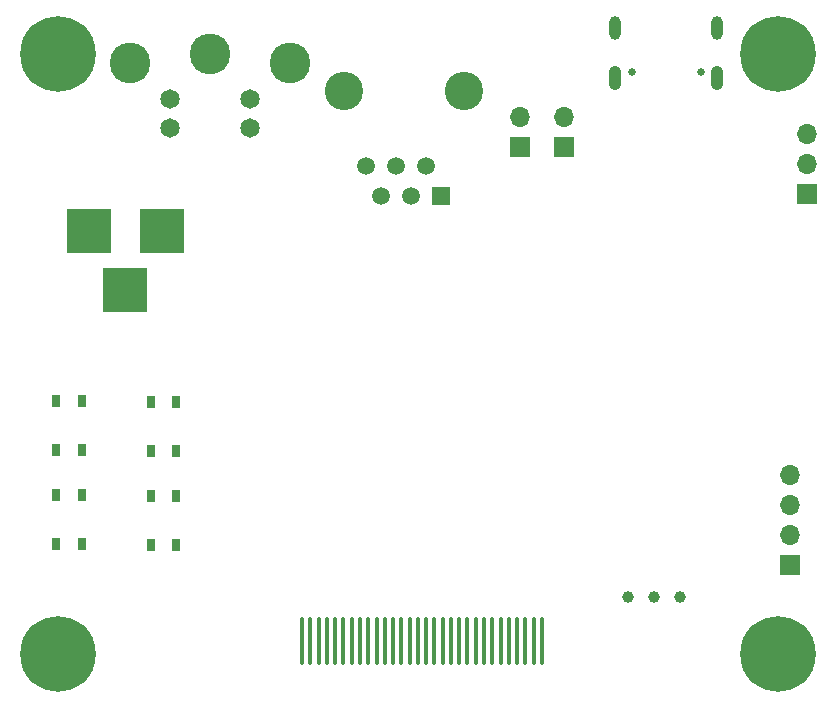
<source format=gbr>
%TF.GenerationSoftware,KiCad,Pcbnew,7.0.7-7.0.7~ubuntu23.04.1*%
%TF.CreationDate,2023-08-15T02:41:54+00:00*%
%TF.ProjectId,AMFOC01,414d464f-4330-4312-9e6b-696361645f70,rev?*%
%TF.SameCoordinates,Original*%
%TF.FileFunction,Soldermask,Bot*%
%TF.FilePolarity,Negative*%
%FSLAX46Y46*%
G04 Gerber Fmt 4.6, Leading zero omitted, Abs format (unit mm)*
G04 Created by KiCad (PCBNEW 7.0.7-7.0.7~ubuntu23.04.1) date 2023-08-15 02:41:54*
%MOMM*%
%LPD*%
G01*
G04 APERTURE LIST*
G04 Aperture macros list*
%AMRoundRect*
0 Rectangle with rounded corners*
0 $1 Rounding radius*
0 $2 $3 $4 $5 $6 $7 $8 $9 X,Y pos of 4 corners*
0 Add a 4 corners polygon primitive as box body*
4,1,4,$2,$3,$4,$5,$6,$7,$8,$9,$2,$3,0*
0 Add four circle primitives for the rounded corners*
1,1,$1+$1,$2,$3*
1,1,$1+$1,$4,$5*
1,1,$1+$1,$6,$7*
1,1,$1+$1,$8,$9*
0 Add four rect primitives between the rounded corners*
20,1,$1+$1,$2,$3,$4,$5,0*
20,1,$1+$1,$4,$5,$6,$7,0*
20,1,$1+$1,$6,$7,$8,$9,0*
20,1,$1+$1,$8,$9,$2,$3,0*%
G04 Aperture macros list end*
%ADD10R,1.700000X1.700000*%
%ADD11O,1.700000X1.700000*%
%ADD12C,0.800000*%
%ADD13C,6.400000*%
%ADD14C,3.250000*%
%ADD15R,1.520000X1.520000*%
%ADD16C,1.520000*%
%ADD17C,1.650000*%
%ADD18C,3.450000*%
%ADD19C,0.650000*%
%ADD20O,1.000000X2.000000*%
%ADD21O,1.050000X2.100000*%
%ADD22R,3.810000X3.810000*%
%ADD23R,0.650000X1.050000*%
%ADD24C,1.000000*%
%ADD25RoundRect,0.087500X0.087500X1.912500X-0.087500X1.912500X-0.087500X-1.912500X0.087500X-1.912500X0*%
G04 APERTURE END LIST*
D10*
%TO.C,J9*%
X47820000Y-12830000D03*
D11*
X47820000Y-10290000D03*
%TD*%
D12*
%TO.C,H4*%
X63540000Y-4980000D03*
X64242944Y-3282944D03*
X64242944Y-6677056D03*
X65940000Y-2580000D03*
D13*
X65940000Y-4980000D03*
D12*
X65940000Y-7380000D03*
X67637056Y-3282944D03*
X67637056Y-6677056D03*
X68340000Y-4980000D03*
%TD*%
D14*
%TO.C,J6*%
X39380000Y-8080000D03*
X29220000Y-8080000D03*
D15*
X37470000Y-16970000D03*
D16*
X36200000Y-14430000D03*
X34930000Y-16970000D03*
X33660000Y-14430000D03*
X32390000Y-16970000D03*
X31120000Y-14430000D03*
%TD*%
D17*
%TO.C,J12*%
X21270000Y-11229492D03*
X14470000Y-11229492D03*
X21270000Y-8729492D03*
X14470000Y-8729492D03*
D18*
X24620000Y-5729492D03*
X17870000Y-4929492D03*
X11120000Y-5729492D03*
%TD*%
D10*
%TO.C,J7*%
X68420000Y-16780000D03*
D11*
X68420000Y-14240000D03*
X68420000Y-11700000D03*
%TD*%
D10*
%TO.C,J11*%
X67000000Y-48260000D03*
D11*
X67000000Y-45720000D03*
X67000000Y-43180000D03*
X67000000Y-40640000D03*
%TD*%
D19*
%TO.C,J2*%
X59410000Y-6460000D03*
X53630000Y-6460000D03*
D20*
X60840000Y-2780000D03*
X52200000Y-2780000D03*
D21*
X60840000Y-6960000D03*
X52200000Y-6960000D03*
%TD*%
D12*
%TO.C,H3*%
X2580000Y-4980000D03*
X3282944Y-3282944D03*
X3282944Y-6677056D03*
X4980000Y-2580000D03*
D13*
X4980000Y-4980000D03*
D12*
X4980000Y-7380000D03*
X6677056Y-3282944D03*
X6677056Y-6677056D03*
X7380000Y-4980000D03*
%TD*%
D10*
%TO.C,J10*%
X44120000Y-12830000D03*
D11*
X44120000Y-10290000D03*
%TD*%
D12*
%TO.C,H2*%
X2580000Y-55780000D03*
X3282944Y-54082944D03*
X3282944Y-57477056D03*
X4980000Y-53380000D03*
D13*
X4980000Y-55780000D03*
D12*
X4980000Y-58180000D03*
X6677056Y-54082944D03*
X6677056Y-57477056D03*
X7380000Y-55780000D03*
%TD*%
D22*
%TO.C,J1*%
X13810000Y-19900000D03*
X7610000Y-19900000D03*
X10710000Y-24900000D03*
%TD*%
D12*
%TO.C,H1*%
X63540000Y-55780000D03*
X64242944Y-54082944D03*
X64242944Y-57477056D03*
X65940000Y-53380000D03*
D13*
X65940000Y-55780000D03*
D12*
X65940000Y-58180000D03*
X67637056Y-54082944D03*
X67637056Y-57477056D03*
X68340000Y-55780000D03*
%TD*%
D23*
%TO.C,SW5*%
X4845000Y-42305000D03*
X4845000Y-46455000D03*
X6995000Y-42305000D03*
X6995000Y-46430000D03*
%TD*%
D24*
%TO.C,J5*%
X57623800Y-50950263D03*
%TD*%
D23*
%TO.C,SW2*%
X12870000Y-34455000D03*
X12870000Y-38605000D03*
X15020000Y-34455000D03*
X15020000Y-38580000D03*
%TD*%
D24*
%TO.C,J3*%
X53223800Y-50950263D03*
%TD*%
D25*
%TO.C,J8*%
X45970000Y-54635000D03*
X45270000Y-54635000D03*
X44570000Y-54635000D03*
X43870000Y-54635000D03*
X43170000Y-54635000D03*
X42470000Y-54635000D03*
X41770000Y-54635000D03*
X41070000Y-54635000D03*
X40370000Y-54635000D03*
X39670000Y-54635000D03*
X38970000Y-54635000D03*
X38270000Y-54635000D03*
X37570000Y-54635000D03*
X36870000Y-54635000D03*
X36170000Y-54635000D03*
X35470000Y-54635000D03*
X34770000Y-54635000D03*
X34070000Y-54635000D03*
X33370000Y-54635000D03*
X32670000Y-54635000D03*
X31970000Y-54635000D03*
X31270000Y-54635000D03*
X30570000Y-54635000D03*
X29870000Y-54635000D03*
X29170000Y-54635000D03*
X28470000Y-54635000D03*
X27770000Y-54635000D03*
X27070000Y-54635000D03*
X26370000Y-54635000D03*
X25670000Y-54635000D03*
%TD*%
D23*
%TO.C,SW4*%
X4870000Y-34355000D03*
X4870000Y-38505000D03*
X7020000Y-34355000D03*
X7020000Y-38480000D03*
%TD*%
%TO.C,SW3*%
X12845000Y-42405000D03*
X12845000Y-46555000D03*
X14995000Y-42405000D03*
X14995000Y-46530000D03*
%TD*%
D24*
%TO.C,J4*%
X55423800Y-50950263D03*
%TD*%
M02*

</source>
